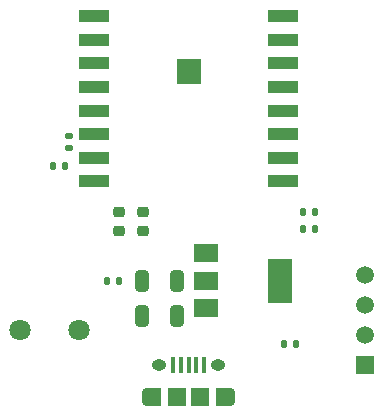
<source format=gbr>
%TF.GenerationSoftware,KiCad,Pcbnew,6.0.8-f2edbf62ab~116~ubuntu22.04.1*%
%TF.CreationDate,2022-10-18T20:55:33+08:00*%
%TF.ProjectId,HMT-1,484d542d-312e-46b6-9963-61645f706362,0*%
%TF.SameCoordinates,Original*%
%TF.FileFunction,Paste,Top*%
%TF.FilePolarity,Positive*%
%FSLAX46Y46*%
G04 Gerber Fmt 4.6, Leading zero omitted, Abs format (unit mm)*
G04 Created by KiCad (PCBNEW 6.0.8-f2edbf62ab~116~ubuntu22.04.1) date 2022-10-18 20:55:33*
%MOMM*%
%LPD*%
G01*
G04 APERTURE LIST*
G04 Aperture macros list*
%AMRoundRect*
0 Rectangle with rounded corners*
0 $1 Rounding radius*
0 $2 $3 $4 $5 $6 $7 $8 $9 X,Y pos of 4 corners*
0 Add a 4 corners polygon primitive as box body*
4,1,4,$2,$3,$4,$5,$6,$7,$8,$9,$2,$3,0*
0 Add four circle primitives for the rounded corners*
1,1,$1+$1,$2,$3*
1,1,$1+$1,$4,$5*
1,1,$1+$1,$6,$7*
1,1,$1+$1,$8,$9*
0 Add four rect primitives between the rounded corners*
20,1,$1+$1,$2,$3,$4,$5,0*
20,1,$1+$1,$4,$5,$6,$7,0*
20,1,$1+$1,$6,$7,$8,$9,0*
20,1,$1+$1,$8,$9,$2,$3,0*%
G04 Aperture macros list end*
%ADD10C,0.010000*%
%ADD11RoundRect,0.135000X0.135000X0.185000X-0.135000X0.185000X-0.135000X-0.185000X0.135000X-0.185000X0*%
%ADD12C,1.800000*%
%ADD13RoundRect,0.225000X0.250000X-0.225000X0.250000X0.225000X-0.250000X0.225000X-0.250000X-0.225000X0*%
%ADD14RoundRect,0.250000X0.325000X0.650000X-0.325000X0.650000X-0.325000X-0.650000X0.325000X-0.650000X0*%
%ADD15RoundRect,0.225000X-0.250000X0.225000X-0.250000X-0.225000X0.250000X-0.225000X0.250000X0.225000X0*%
%ADD16RoundRect,0.135000X0.185000X-0.135000X0.185000X0.135000X-0.185000X0.135000X-0.185000X-0.135000X0*%
%ADD17R,2.000000X1.500000*%
%ADD18R,2.000000X3.800000*%
%ADD19R,1.500000X1.500000*%
%ADD20C,1.500000*%
%ADD21O,0.890000X1.550000*%
%ADD22O,1.250000X0.950000*%
%ADD23R,0.400000X1.350000*%
%ADD24R,1.500000X1.550000*%
%ADD25R,1.200000X1.550000*%
%ADD26R,2.600000X1.100000*%
G04 APERTURE END LIST*
%TO.C,U3*%
G36*
X120484000Y-106659000D02*
G01*
X118484000Y-106659000D01*
X118484000Y-104659000D01*
X120484000Y-104659000D01*
X120484000Y-106659000D01*
G37*
D10*
X120484000Y-106659000D02*
X118484000Y-106659000D01*
X118484000Y-104659000D01*
X120484000Y-104659000D01*
X120484000Y-106659000D01*
%TD*%
D11*
%TO.C,R5*%
X130210000Y-117600000D03*
X129190000Y-117600000D03*
%TD*%
%TO.C,R2*%
X113610000Y-123400000D03*
X112590000Y-123400000D03*
%TD*%
%TO.C,R1*%
X128610000Y-128800000D03*
X127590000Y-128800000D03*
%TD*%
D12*
%TO.C,BZ1*%
X105200000Y-127600000D03*
X110200000Y-127600000D03*
%TD*%
D13*
%TO.C,C3*%
X113600000Y-119175000D03*
X113600000Y-117625000D03*
%TD*%
D14*
%TO.C,C2*%
X118475000Y-123400000D03*
X115525000Y-123400000D03*
%TD*%
D11*
%TO.C,R4*%
X109010000Y-113700000D03*
X107990000Y-113700000D03*
%TD*%
D14*
%TO.C,C1*%
X118475000Y-126400000D03*
X115525000Y-126400000D03*
%TD*%
D15*
%TO.C,C4*%
X115600000Y-117625000D03*
X115600000Y-119175000D03*
%TD*%
D16*
%TO.C,R3*%
X109400000Y-112210000D03*
X109400000Y-111190000D03*
%TD*%
D17*
%TO.C,U2*%
X120950000Y-121100000D03*
X120950000Y-123400000D03*
D18*
X127250000Y-123400000D03*
D17*
X120950000Y-125700000D03*
%TD*%
D19*
%TO.C,U1*%
X134400000Y-130510000D03*
D20*
X134400000Y-127970000D03*
X134400000Y-125430000D03*
X134400000Y-122890000D03*
%TD*%
D21*
%TO.C,J1*%
X116000000Y-133250000D03*
X123000000Y-133250000D03*
D22*
X122000000Y-130550000D03*
X117000000Y-130550000D03*
D23*
X118200000Y-130550000D03*
X118850000Y-130550000D03*
X119500000Y-130550000D03*
X120150000Y-130550000D03*
X120800000Y-130550000D03*
D24*
X118500000Y-133250000D03*
D25*
X122400000Y-133250000D03*
X116600000Y-133250000D03*
D24*
X120500000Y-133250000D03*
%TD*%
D11*
%TO.C,R6*%
X130210000Y-119000000D03*
X129190000Y-119000000D03*
%TD*%
D26*
%TO.C,U3*%
X111500000Y-101000000D03*
X111500000Y-103000000D03*
X111500000Y-105000000D03*
X111500000Y-107000000D03*
X111500000Y-109000000D03*
X111500000Y-111000000D03*
X111500000Y-113000000D03*
X111500000Y-115000000D03*
X127500000Y-115000000D03*
X127500000Y-113000000D03*
X127500000Y-111000000D03*
X127500000Y-109000000D03*
X127500000Y-107000000D03*
X127500000Y-105000000D03*
X127500000Y-103000000D03*
X127500000Y-101000000D03*
%TD*%
M02*

</source>
